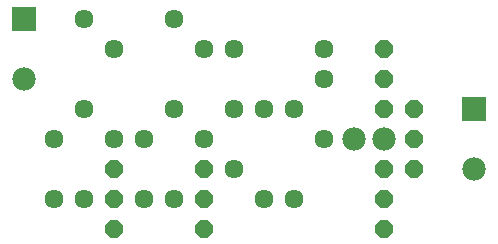
<source format=gbs>
G75*
%MOIN*%
%OFA0B0*%
%FSLAX25Y25*%
%IPPOS*%
%LPD*%
%AMOC8*
5,1,8,0,0,1.08239X$1,22.5*
%
%ADD10C,0.06343*%
%ADD11R,0.08300X0.08300*%
%ADD12C,0.07800*%
%ADD13OC8,0.05950*%
D10*
X0031000Y0021000D03*
X0041000Y0021000D03*
X0061000Y0021000D03*
X0071000Y0021000D03*
X0091000Y0031000D03*
X0081000Y0041000D03*
X0071000Y0051000D03*
X0061000Y0041000D03*
X0051000Y0041000D03*
X0041000Y0051000D03*
X0031000Y0041000D03*
X0051000Y0071000D03*
X0041000Y0081000D03*
X0071000Y0081000D03*
X0081000Y0071000D03*
X0091000Y0071000D03*
X0121000Y0071000D03*
X0121000Y0061000D03*
X0111000Y0051000D03*
X0101000Y0051000D03*
X0091000Y0051000D03*
X0121000Y0041000D03*
X0111000Y0021000D03*
X0101000Y0021000D03*
D11*
X0171000Y0051000D03*
X0021000Y0081000D03*
D12*
X0021000Y0061000D03*
X0131000Y0041000D03*
X0141000Y0041000D03*
X0171000Y0031000D03*
D13*
X0151000Y0031000D03*
X0141000Y0031000D03*
X0151000Y0041000D03*
X0151000Y0051000D03*
X0141000Y0051000D03*
X0141000Y0061000D03*
X0141000Y0071000D03*
X0081000Y0031000D03*
X0081000Y0021000D03*
X0081000Y0011000D03*
X0051000Y0011000D03*
X0051000Y0021000D03*
X0051000Y0031000D03*
X0141000Y0021000D03*
X0141000Y0011000D03*
M02*

</source>
